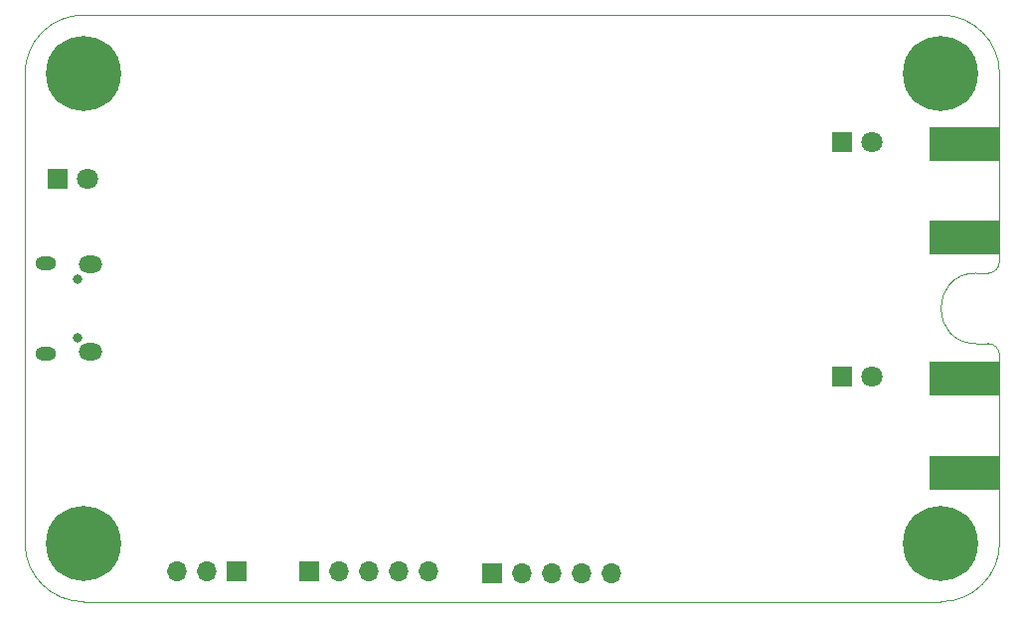
<source format=gbr>
G04 #@! TF.GenerationSoftware,KiCad,Pcbnew,(5.1.2)-1*
G04 #@! TF.CreationDate,2019-07-27T14:33:51+02:00*
G04 #@! TF.ProjectId,arbitrary_func_gen,61726269-7472-4617-9279-5f66756e635f,REV1.0*
G04 #@! TF.SameCoordinates,Original*
G04 #@! TF.FileFunction,Soldermask,Bot*
G04 #@! TF.FilePolarity,Negative*
%FSLAX46Y46*%
G04 Gerber Fmt 4.6, Leading zero omitted, Abs format (unit mm)*
G04 Created by KiCad (PCBNEW (5.1.2)-1) date 2019-07-27 14:33:51*
%MOMM*%
%LPD*%
G04 APERTURE LIST*
%ADD10C,0.100000*%
%ADD11R,1.700000X1.700000*%
%ADD12O,1.700000X1.700000*%
%ADD13R,6.000001X2.999999*%
%ADD14O,1.800000X1.150000*%
%ADD15O,2.000000X1.450000*%
%ADD16C,0.800000*%
%ADD17R,1.800000X1.800000*%
%ADD18C,1.800000*%
%ADD19C,6.400000*%
G04 APERTURE END LIST*
D10*
X155000000Y-68000000D02*
X154000000Y-68000000D01*
X156000000Y-85000000D02*
X156000000Y-69000000D01*
X78000000Y-90000000D02*
X151000000Y-90000000D01*
X73000000Y-45000000D02*
X73000000Y-85000000D01*
X151000000Y-40000000D02*
X78000000Y-40000000D01*
X156000000Y-61000000D02*
X156000000Y-45000000D01*
X154000000Y-62000000D02*
X155000000Y-62000000D01*
X156000000Y-61000000D02*
G75*
G02X155000000Y-62000000I-1000000J0D01*
G01*
X154000000Y-68000000D02*
G75*
G02X154000000Y-62000000I0J3000000D01*
G01*
X155000000Y-68000000D02*
G75*
G02X156000000Y-69000000I0J-1000000D01*
G01*
X156000000Y-85000000D02*
G75*
G02X151000000Y-90000000I-5000000J0D01*
G01*
X78000000Y-90000000D02*
G75*
G02X73000000Y-85000000I0J5000000D01*
G01*
X73000000Y-45000000D02*
G75*
G02X78000000Y-40000000I5000000J0D01*
G01*
X151000000Y-40000000D02*
G75*
G02X156000000Y-45000000I0J-5000000D01*
G01*
D11*
X91000000Y-87400000D03*
D12*
X88460000Y-87400000D03*
X85920000Y-87400000D03*
D13*
X153000000Y-59000000D03*
X153000000Y-51000000D03*
X153000000Y-79000000D03*
X153000000Y-71000000D03*
D14*
X74800000Y-61125000D03*
X74800000Y-68875000D03*
D15*
X78600000Y-68725000D03*
X78600000Y-61275000D03*
D16*
X77500000Y-67500000D03*
X77500000Y-62500000D03*
D17*
X75800000Y-54000000D03*
D18*
X78340000Y-54000000D03*
D11*
X112800000Y-87590000D03*
D12*
X115340000Y-87590000D03*
X117880000Y-87590000D03*
X120420000Y-87590000D03*
X122960000Y-87590000D03*
D11*
X97200000Y-87400000D03*
D12*
X99740000Y-87400000D03*
X102280000Y-87400000D03*
X104820000Y-87400000D03*
X107360000Y-87400000D03*
D17*
X142600000Y-70800000D03*
D18*
X145140000Y-70800000D03*
D17*
X142600000Y-50800000D03*
D18*
X145140000Y-50800000D03*
D19*
X151000000Y-85000000D03*
X78000000Y-45000000D03*
X151000000Y-45000000D03*
X78000000Y-85000000D03*
M02*

</source>
